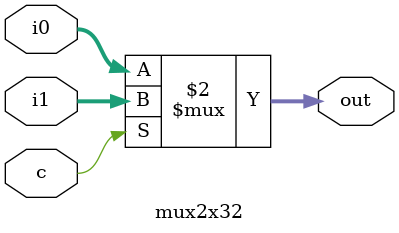
<source format=v>
`timescale 1ns / 1ps
module mux2x32(
input wire [31:0] i0,
input wire [31:0] i1,
input wire c,
output wire [31:0] out
    );
assign out=(c==1)?i1:i0;

endmodule

</source>
